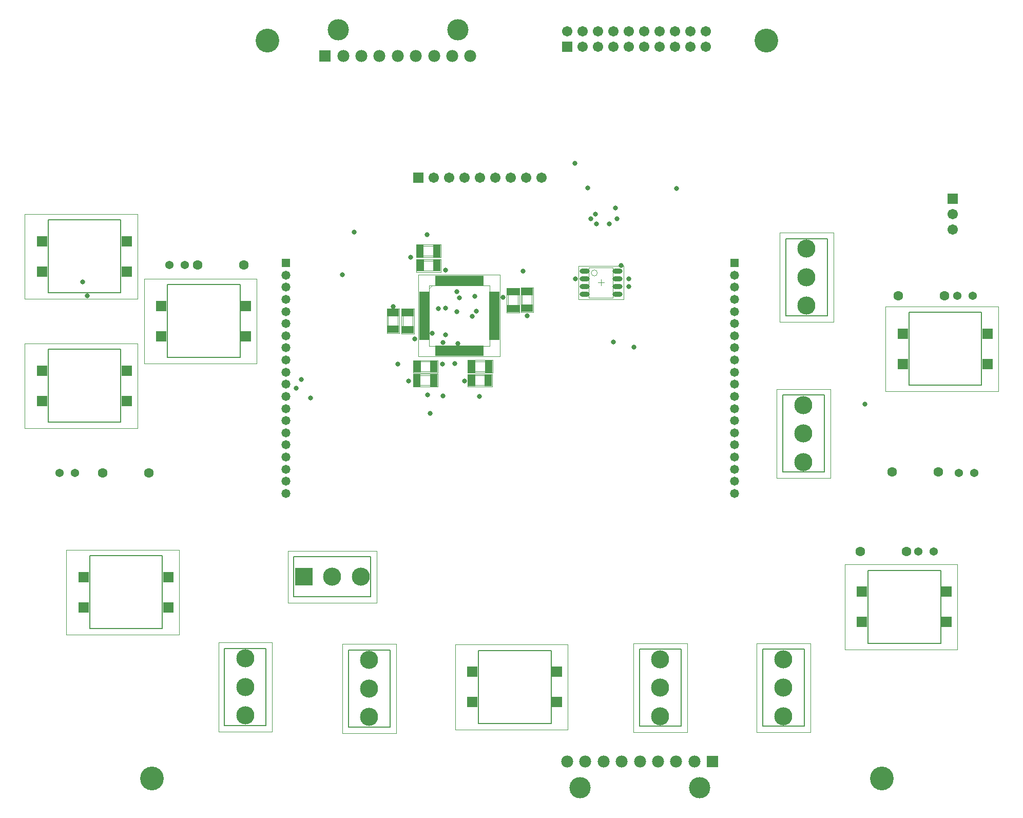
<source format=gts>
G04*
G04 #@! TF.GenerationSoftware,Altium Limited,Altium Designer,19.1.5 (86)*
G04*
G04 Layer_Color=8388736*
%FSLAX24Y24*%
%MOIN*%
G70*
G01*
G75*
%ADD10C,0.0079*%
%ADD15C,0.0039*%
%ADD21C,0.0020*%
%ADD30R,0.0497X0.0781*%
%ADD31R,0.0781X0.0497*%
%ADD32R,0.0482X0.0797*%
%ADD33R,0.0797X0.0482*%
%ADD34R,0.0690X0.0710*%
%ADD35R,0.0198X0.0651*%
%ADD36R,0.0651X0.0198*%
%ADD37O,0.0651X0.0316*%
%ADD38C,0.1173*%
%ADD39R,0.0671X0.0671*%
%ADD40C,0.0671*%
%ADD41R,0.1173X0.1173*%
%ADD42C,0.0580*%
%ADD43R,0.0580X0.0580*%
%ADD44C,0.0540*%
%ADD45R,0.0780X0.0780*%
%ADD46C,0.0780*%
%ADD47C,0.1380*%
%ADD48C,0.1540*%
%ADD49R,0.0671X0.0671*%
%ADD50C,0.0631*%
%ADD51C,0.0330*%
D10*
X43450Y22400D02*
X46150D01*
Y27400D01*
X43450D02*
X46150D01*
X43450Y22400D02*
Y27400D01*
X43650Y32550D02*
X46350D01*
Y37550D01*
X43650D02*
X46350D01*
X43650Y32550D02*
Y37550D01*
X11700Y14301D02*
Y16899D01*
Y14301D02*
X16700D01*
Y16899D01*
X11700D02*
X16700D01*
X34150Y5900D02*
X36850D01*
Y10900D01*
X34150D02*
X36850D01*
X34150Y5900D02*
Y10900D01*
X42150Y5900D02*
X44850D01*
Y10900D01*
X42150D02*
X44850D01*
X42150Y5900D02*
Y10900D01*
X15250Y5850D02*
Y10850D01*
X17950D01*
Y5850D02*
Y10850D01*
X15250Y5850D02*
X17950D01*
X7200Y5950D02*
Y10950D01*
X9900D01*
Y5950D02*
Y10950D01*
X7200Y5950D02*
X9900D01*
X23688Y6088D02*
X28412D01*
Y10812D01*
X23688D02*
X28412D01*
X23688Y6088D02*
Y10812D01*
X3488Y29838D02*
X8212D01*
Y34562D01*
X3488D02*
X8212D01*
X3488Y29838D02*
Y34562D01*
X-1562Y12238D02*
Y16962D01*
X3162D01*
Y12238D02*
Y16962D01*
X-1562Y12238D02*
X3162D01*
X51638Y28038D02*
Y32762D01*
X56362D01*
Y28038D02*
Y32762D01*
X51638Y28038D02*
X56362D01*
X48988Y11288D02*
Y16012D01*
X53712D01*
Y11288D02*
Y16012D01*
X48988Y11288D02*
X53712D01*
X-4262Y25638D02*
X462D01*
Y30362D01*
X-4262D02*
X462D01*
X-4262Y25638D02*
Y30362D01*
Y34038D02*
X462D01*
Y38762D01*
X-4262D02*
X462D01*
X-4262Y34038D02*
Y38762D01*
D15*
X31414Y35330D02*
G03*
X31414Y35330I-197J0D01*
G01*
X23170Y28665D02*
X24430D01*
Y28035D02*
Y28665D01*
X23170Y28035D02*
X24430D01*
X23170D02*
Y28665D01*
X19620Y28935D02*
X20880D01*
X19620D02*
Y29565D01*
X20880D01*
Y28935D02*
Y29565D01*
X17835Y31570D02*
Y32830D01*
X18465D01*
Y31570D02*
Y32830D01*
X17835Y31570D02*
X18465D01*
X26535Y32939D02*
Y34198D01*
X27165D01*
Y32939D02*
Y34198D01*
X26535Y32939D02*
X27165D01*
X19820Y35485D02*
X21080D01*
X19820D02*
Y36115D01*
X21080D01*
Y35485D02*
Y36115D01*
X23170Y29565D02*
X24430D01*
Y28935D02*
Y29565D01*
X23170Y28935D02*
X24430D01*
X23170D02*
Y29565D01*
X19620Y28035D02*
X20880D01*
X19620D02*
Y28665D01*
X20880D01*
Y28035D02*
Y28665D01*
X18785Y31570D02*
Y32830D01*
X19415D01*
Y31570D02*
Y32830D01*
X18785Y31570D02*
X19415D01*
X25635Y32920D02*
Y34180D01*
X26265D01*
Y32920D02*
Y34180D01*
X25635Y32920D02*
X26265D01*
X19820Y36435D02*
X21080D01*
X19820D02*
Y37065D01*
X21080D01*
Y36435D02*
Y37065D01*
X20482Y34322D02*
X20678Y34518D01*
X20482Y30582D02*
Y34518D01*
Y30582D02*
X24418D01*
Y34518D01*
X20482D02*
X24418D01*
X30863Y33716D02*
X32437D01*
X30863Y35684D02*
X32437D01*
Y33716D02*
Y35684D01*
X30863Y33716D02*
Y35684D01*
X43056Y22006D02*
X46544D01*
Y27794D01*
X43056D02*
X46544D01*
X43056Y22006D02*
Y27794D01*
X43256Y32156D02*
X46744D01*
Y37944D01*
X43256D02*
X46744D01*
X43256Y32156D02*
Y37944D01*
X11306Y13907D02*
Y17293D01*
Y13907D02*
X17094D01*
Y17293D01*
X11306D02*
X17094D01*
X33756Y5507D02*
X37244D01*
Y11294D01*
X33756D02*
X37244D01*
X33756Y5507D02*
Y11294D01*
X41756Y5506D02*
X45244D01*
Y11294D01*
X41756D02*
X45244D01*
X41756Y5506D02*
Y11294D01*
X14856Y5456D02*
Y11244D01*
X18344D01*
Y5456D02*
Y11244D01*
X14856Y5456D02*
X18344D01*
X6806Y5557D02*
Y11344D01*
X10294D01*
Y5557D02*
Y11344D01*
X6806Y5557D02*
X10294D01*
X22172Y11206D02*
X29495D01*
Y5694D02*
Y11206D01*
X22172Y5694D02*
X29495D01*
X22172D02*
Y11206D01*
X1972Y34956D02*
X9295D01*
Y29444D02*
Y34956D01*
X1972Y29444D02*
X9295D01*
X1972D02*
Y34956D01*
X-3078Y11844D02*
Y17356D01*
Y11844D02*
X4245D01*
Y17356D01*
X-3078D02*
X4245D01*
X50122Y27644D02*
Y33156D01*
Y27644D02*
X57445D01*
Y33156D01*
X50122D02*
X57445D01*
X47472Y10894D02*
Y16406D01*
Y10894D02*
X54795D01*
Y16406D01*
X47472D02*
X54795D01*
X-5778Y30756D02*
X1545D01*
Y25244D02*
Y30756D01*
X-5778Y25244D02*
X1545D01*
X-5778D02*
Y30756D01*
X31650Y34503D02*
Y34897D01*
X31453Y34700D02*
X31847D01*
X-5778Y39156D02*
X1545D01*
Y33644D02*
Y39156D01*
X-5778Y33644D02*
X1545D01*
X-5778D02*
Y39156D01*
D21*
X22997Y28759D02*
X24603D01*
Y27941D02*
Y28759D01*
X22997Y27941D02*
X24603D01*
X22997D02*
Y28759D01*
X19447Y28841D02*
X21053D01*
X19447D02*
Y29659D01*
X21053D01*
Y28841D02*
Y29659D01*
X17741Y31397D02*
Y33003D01*
X18559D01*
Y31397D02*
Y33003D01*
X17741Y31397D02*
X18559D01*
X26441Y32765D02*
Y34372D01*
X27259D01*
Y32765D02*
Y34372D01*
X26441Y32765D02*
X27259D01*
X19647Y35391D02*
X21253D01*
X19647D02*
Y36209D01*
X21253D01*
Y35391D02*
Y36209D01*
X22989Y29667D02*
X24611D01*
Y28833D02*
Y29667D01*
X22989Y28833D02*
X24611D01*
X22989D02*
Y29667D01*
X19439Y27933D02*
X21061D01*
X19439D02*
Y28767D01*
X21061D01*
Y27933D02*
Y28767D01*
X18683Y31389D02*
Y33011D01*
X19517D01*
Y31389D02*
Y33011D01*
X18683Y31389D02*
X19517D01*
X25533Y32739D02*
Y34361D01*
X26367D01*
Y32739D02*
Y34361D01*
X25533Y32739D02*
X26367D01*
X19639Y36333D02*
X21261D01*
X19639D02*
Y37167D01*
X21261D01*
Y36333D02*
Y37167D01*
X19802Y29902D02*
Y35198D01*
Y29902D02*
X25098D01*
Y35198D01*
X19802D02*
X25098D01*
X30193Y33617D02*
X33107D01*
X30193Y35783D02*
X33107D01*
Y33617D02*
Y35783D01*
X30193Y33617D02*
Y35783D01*
D30*
X23265Y28350D02*
D03*
X24335D02*
D03*
X20785Y29250D02*
D03*
X19715D02*
D03*
X20985Y35800D02*
D03*
X19915D02*
D03*
D31*
X18150Y31665D02*
D03*
Y32735D02*
D03*
X26850Y33033D02*
D03*
Y34104D02*
D03*
D32*
X23249Y29250D02*
D03*
X24351D02*
D03*
X20801Y28350D02*
D03*
X19699D02*
D03*
X21001Y36750D02*
D03*
X19899D02*
D03*
D33*
X19100Y31649D02*
D03*
Y32751D02*
D03*
X25950Y32999D02*
D03*
Y34101D02*
D03*
D34*
X23304Y9434D02*
D03*
X28796D02*
D03*
X23304Y7466D02*
D03*
X28796D02*
D03*
X3104Y33184D02*
D03*
X8596D02*
D03*
X3104Y31216D02*
D03*
X8596D02*
D03*
X3546Y13616D02*
D03*
X-1946D02*
D03*
X3546Y15584D02*
D03*
X-1946D02*
D03*
X56746Y29416D02*
D03*
X51254D02*
D03*
X56746Y31384D02*
D03*
X51254D02*
D03*
X54096Y12666D02*
D03*
X48604D02*
D03*
X54096Y14634D02*
D03*
X48604D02*
D03*
X-4646Y28984D02*
D03*
X846D02*
D03*
X-4646Y27016D02*
D03*
X846D02*
D03*
X-4646Y37384D02*
D03*
X846D02*
D03*
X-4646Y35416D02*
D03*
X846D02*
D03*
D35*
X20974Y34814D02*
D03*
X21170D02*
D03*
X21367D02*
D03*
X21564D02*
D03*
X21761D02*
D03*
X21958D02*
D03*
X22155D02*
D03*
X22352D02*
D03*
X22548D02*
D03*
X22745D02*
D03*
X22942D02*
D03*
X23139D02*
D03*
X23336D02*
D03*
X23533D02*
D03*
X23730D02*
D03*
X23926D02*
D03*
Y30286D02*
D03*
X23730D02*
D03*
X23533D02*
D03*
X23336D02*
D03*
X23139D02*
D03*
X22942D02*
D03*
X22745D02*
D03*
X22548D02*
D03*
X22352D02*
D03*
X22155D02*
D03*
X21958D02*
D03*
X21761D02*
D03*
X21564D02*
D03*
X21367D02*
D03*
X21170D02*
D03*
X20974D02*
D03*
D36*
X24714Y34026D02*
D03*
Y33830D02*
D03*
Y33633D02*
D03*
Y33436D02*
D03*
Y33239D02*
D03*
Y33042D02*
D03*
Y32845D02*
D03*
Y32648D02*
D03*
Y32452D02*
D03*
Y32255D02*
D03*
Y32058D02*
D03*
Y31861D02*
D03*
Y31664D02*
D03*
Y31467D02*
D03*
Y31270D02*
D03*
Y31074D02*
D03*
X20186D02*
D03*
Y31270D02*
D03*
Y31467D02*
D03*
Y31664D02*
D03*
Y31861D02*
D03*
Y32058D02*
D03*
Y32255D02*
D03*
Y32452D02*
D03*
Y32648D02*
D03*
Y32845D02*
D03*
Y33042D02*
D03*
Y33239D02*
D03*
Y33436D02*
D03*
Y33633D02*
D03*
Y33830D02*
D03*
Y34026D02*
D03*
D37*
X32723Y33950D02*
D03*
Y34450D02*
D03*
Y34950D02*
D03*
Y35450D02*
D03*
X30577Y33950D02*
D03*
Y34450D02*
D03*
Y34950D02*
D03*
Y35450D02*
D03*
D38*
X44800Y26750D02*
D03*
Y24900D02*
D03*
Y23050D02*
D03*
X45000Y36900D02*
D03*
Y35050D02*
D03*
Y33200D02*
D03*
X16050Y15600D02*
D03*
X14200D02*
D03*
X35500Y10251D02*
D03*
Y8400D02*
D03*
Y6550D02*
D03*
X43500Y10250D02*
D03*
Y8400D02*
D03*
Y6550D02*
D03*
X16600Y6500D02*
D03*
Y8350D02*
D03*
Y10200D02*
D03*
X8550Y6600D02*
D03*
Y8450D02*
D03*
Y10301D02*
D03*
D39*
X54500Y40150D02*
D03*
D40*
Y39150D02*
D03*
Y38150D02*
D03*
X21800Y41500D02*
D03*
X22800D02*
D03*
X23800D02*
D03*
X24800D02*
D03*
X25800D02*
D03*
X26800D02*
D03*
X27800D02*
D03*
X20800D02*
D03*
X38450Y51000D02*
D03*
X37450D02*
D03*
X36450D02*
D03*
X35450D02*
D03*
X34450D02*
D03*
X33450D02*
D03*
X32450D02*
D03*
X31450D02*
D03*
X30450D02*
D03*
X29450D02*
D03*
X38450Y50000D02*
D03*
X37450D02*
D03*
X36450D02*
D03*
X35450D02*
D03*
X34450D02*
D03*
X33450D02*
D03*
X32450D02*
D03*
X31450D02*
D03*
X30450D02*
D03*
D41*
X12350Y15600D02*
D03*
D42*
X11180Y30462D02*
D03*
Y32037D02*
D03*
Y34399D02*
D03*
Y33611D02*
D03*
Y32824D02*
D03*
Y31249D02*
D03*
Y35186D02*
D03*
Y29674D02*
D03*
Y28887D02*
D03*
Y23375D02*
D03*
Y24950D02*
D03*
Y26525D02*
D03*
Y25737D02*
D03*
Y24163D02*
D03*
Y28100D02*
D03*
Y22588D02*
D03*
Y21800D02*
D03*
Y27312D02*
D03*
Y21013D02*
D03*
X40314Y30462D02*
D03*
Y32037D02*
D03*
Y34399D02*
D03*
Y33611D02*
D03*
Y32824D02*
D03*
Y31249D02*
D03*
Y35186D02*
D03*
Y29674D02*
D03*
Y28887D02*
D03*
Y23375D02*
D03*
Y24950D02*
D03*
Y26525D02*
D03*
Y25737D02*
D03*
Y24163D02*
D03*
Y28100D02*
D03*
Y22588D02*
D03*
Y21800D02*
D03*
Y27312D02*
D03*
Y21013D02*
D03*
D43*
X11180Y35974D02*
D03*
X40314D02*
D03*
D44*
X53250Y17250D02*
D03*
X52250D02*
D03*
X55900Y22350D02*
D03*
X54900D02*
D03*
X55800Y33850D02*
D03*
X54800D02*
D03*
X-3500Y22350D02*
D03*
X-2500D02*
D03*
X3606Y35850D02*
D03*
X4606D02*
D03*
D45*
X38895Y3600D02*
D03*
X13730Y49400D02*
D03*
D46*
X37715Y3600D02*
D03*
X36535D02*
D03*
X35355D02*
D03*
X34175D02*
D03*
X32995D02*
D03*
X31815D02*
D03*
X30635D02*
D03*
X29455D02*
D03*
X14910Y49400D02*
D03*
X16090D02*
D03*
X17270D02*
D03*
X18450D02*
D03*
X19630D02*
D03*
X20810D02*
D03*
X21990D02*
D03*
X23170D02*
D03*
D47*
X38045Y1900D02*
D03*
X30285D02*
D03*
X14580Y51100D02*
D03*
X22340D02*
D03*
D48*
X2500Y2500D02*
D03*
X49900D02*
D03*
X42400Y50400D02*
D03*
X10000D02*
D03*
D49*
X19800Y41500D02*
D03*
X29450Y50000D02*
D03*
D50*
X8450Y35850D02*
D03*
X5450D02*
D03*
X48500Y17250D02*
D03*
X51500D02*
D03*
X53550Y22400D02*
D03*
X50550D02*
D03*
X-700Y22350D02*
D03*
X2300D02*
D03*
X50950Y33850D02*
D03*
X53950D02*
D03*
D51*
X19300Y36350D02*
D03*
X18150Y33150D02*
D03*
X19150Y28300D02*
D03*
X22800D02*
D03*
X26850Y32550D02*
D03*
X30000Y34950D02*
D03*
X32950Y35800D02*
D03*
X33450Y34450D02*
D03*
Y34950D02*
D03*
X23300Y32500D02*
D03*
X22450Y33700D02*
D03*
X21400Y30800D02*
D03*
X22350Y30750D02*
D03*
X12800Y27200D02*
D03*
X12200Y28400D02*
D03*
X11850Y27850D02*
D03*
X48800Y26801D02*
D03*
X-1700Y33850D02*
D03*
X-2000Y34750D02*
D03*
X32700Y38850D02*
D03*
X32600Y39550D02*
D03*
X32200Y38500D02*
D03*
X22300Y32800D02*
D03*
X20700Y31400D02*
D03*
X21550Y35500D02*
D03*
X21100Y33000D02*
D03*
X33800Y30500D02*
D03*
X25300Y33750D02*
D03*
X26600Y35450D02*
D03*
X20400Y27400D02*
D03*
X19550Y31050D02*
D03*
X22300Y34100D02*
D03*
X20350Y37800D02*
D03*
X14850Y35200D02*
D03*
X15605Y37995D02*
D03*
X21350Y29400D02*
D03*
X21400Y27350D02*
D03*
X20550Y26200D02*
D03*
X18450Y29400D02*
D03*
X21550Y31300D02*
D03*
X23750Y27300D02*
D03*
X21550Y33050D02*
D03*
X32450Y30850D02*
D03*
X23550Y32850D02*
D03*
X31000Y38850D02*
D03*
X31350Y38500D02*
D03*
X36550Y40800D02*
D03*
X30800Y40850D02*
D03*
X31300Y39150D02*
D03*
X23450Y33800D02*
D03*
X22150Y29450D02*
D03*
X29950Y42450D02*
D03*
M02*

</source>
